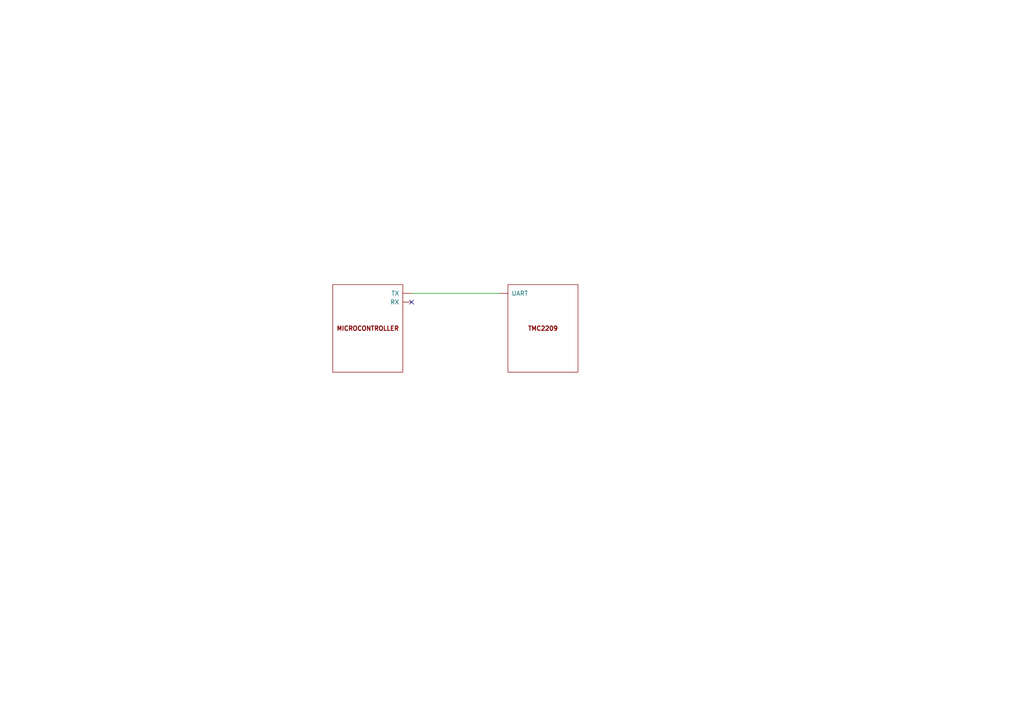
<source format=kicad_sch>
(kicad_sch (version 20230121) (generator eeschema)
  (paper "A4")
  (title_block (title "Trinamic Wiring") (date "2023-08-02") (rev "0.4") (company "Janelia Research Campus"))
  (lib_symbols
    (symbol "Janelia:DOC_MCU" (pin_numbers hide) (pin_names (offset 1.016))
      (symbol "DOC_MCU_0_1"
        (rectangle (start -10.16 12.7) (end 10.16 -12.7))
      )
      (symbol "DOC_MCU_1_1"
        (text "MICROCONTROLLER" (at 0 0 0) (effects (font (size 1.27 1.27) bold)))
        (pin input line (at 12.7 7.62 180) (length 2.54) (name "RX") (number "0"))
        (pin output line (at 12.7 10.16 180) (length 2.54) (name "TX") (number "1"))
        (pin input line (at 12.7 -5.08 180) (length 2.54) hide (name "RX2") (number "2"))
        (pin output line (at 12.7 -2.54 180) (length 2.54) hide (name "TX2") (number "3"))
        (pin output line (at 12.7 -7.62 180) (length 2.54) hide (name "TX3") (number "4"))
        (pin input line (at 12.7 -10.16 180) (length 2.54) hide (name "RX3") (number "5"))
        (pin output line (at 12.7 5.08 180) (length 2.54) hide (name "STEP") (number "6"))
        (pin input line (at 12.7 2.54 180) (length 2.54) hide (name "DIR") (number "7"))
        (pin input line (at 0 -15.24 90) (length 2.54) hide (name "SPI") (number "8"))
      )
    )
    (symbol "Janelia:DOC_TMC2209" (pin_numbers hide) (pin_names (offset 1.016))
      (symbol "DOC_TMC2209_0_1"
        (rectangle (start -10.16 12.7) (end 10.16 -12.7))
      )
      (symbol "DOC_TMC2209_1_1"
        (text "TMC2209" (at 0 0 0) (effects (font (size 1.27 1.27) bold)))
        (pin bidirectional line (at -12.7 10.16 0) (length 2.54) (name "UART") (number "0"))
        (pin input line (at -12.7 5.08 0) (length 2.54) hide (name "STEP") (number "1"))
        (pin input line (at -12.7 -5.08 0) (length 2.54) hide (name "AD1") (number "10"))
        (pin input line (at -12.7 2.54 0) (length 2.54) hide (name "DIR") (number "2"))
        (pin passive line (at 2.54 -15.24 90) (length 2.54) hide (name "BRA") (number "3"))
        (pin passive line (at 7.62 -15.24 90) (length 2.54) hide (name "BRB") (number "4"))
        (pin passive line (at 12.7 5.08 180) (length 2.54) hide (name "OA1") (number "5"))
        (pin passive line (at 12.7 2.54 180) (length 2.54) hide (name "OA2") (number "6"))
        (pin passive line (at 12.7 -2.54 180) (length 2.54) hide (name "OB1") (number "7"))
        (pin passive line (at 12.7 -5.08 180) (length 2.54) hide (name "OB2") (number "8"))
        (pin input line (at -12.7 -2.54 0) (length 2.54) hide (name "AD0") (number "9"))
      )
    )
  )
  (no_connect (at 119.38 87.63))
  (wire (pts (xy 119.38 85.09) (xy 144.78 85.09)))
  (symbol (lib_id "Janelia:DOC_MCU") (at 106.68 95.25 0) (unit 1)
    (property "Reference" "MICROCONTROLLER4" (effects hide))
    (property "Value" "DOC_MCU" (effects hide))
    (property "Sim.Enable" "0" (effects hide))
  )
  (symbol (lib_id "Janelia:DOC_TMC2209") (at 157.48 95.25 0) (unit 1)
    (property "Reference" "TMC6" (effects hide))
    (property "Value" "DOC_TMC2209" (effects hide))
    (property "Sim.Enable" "0" (effects hide))
  )
)
</source>
